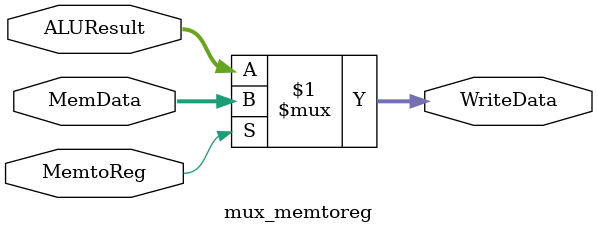
<source format=v>
module mux_memtoreg(
    input wire MemtoReg,          // Sinal de controle MemtoReg
    input wire [31:0] ALUResult, // Resultado da ALU
    input wire [31:0] MemData,   // Dados da memória
    output wire [31:0] WriteData // Dados a serem escritos no registrador
);
    // Seleção entre ALUResult ou MemData com base no sinal MemtoReg
    assign WriteData = (MemtoReg) ? MemData : ALUResult;
endmodule

</source>
